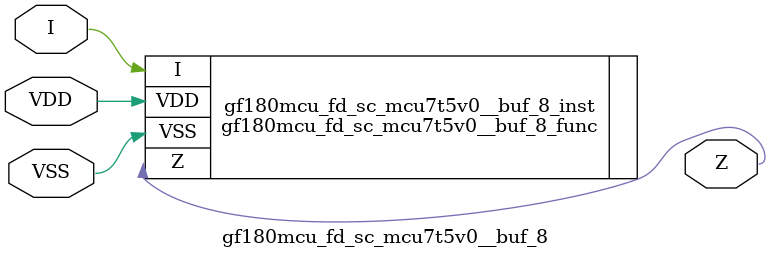
<source format=v>

module gf180mcu_fd_sc_mcu7t5v0__buf_8( I, Z, VDD, VSS );
input I;
inout VDD, VSS;
output Z;

   `ifdef FUNCTIONAL  //  functional //

	gf180mcu_fd_sc_mcu7t5v0__buf_8_func gf180mcu_fd_sc_mcu7t5v0__buf_8_behav_inst(.I(I),.Z(Z),.VDD(VDD),.VSS(VSS));

   `else

	gf180mcu_fd_sc_mcu7t5v0__buf_8_func gf180mcu_fd_sc_mcu7t5v0__buf_8_inst(.I(I),.Z(Z),.VDD(VDD),.VSS(VSS));

	// spec_gates_begin


	// spec_gates_end



   specify

	// specify_block_begin

	// comb arc I --> Z
	 (I => Z) = (1.0,1.0);

	// specify_block_end

   endspecify

   `endif

endmodule

</source>
